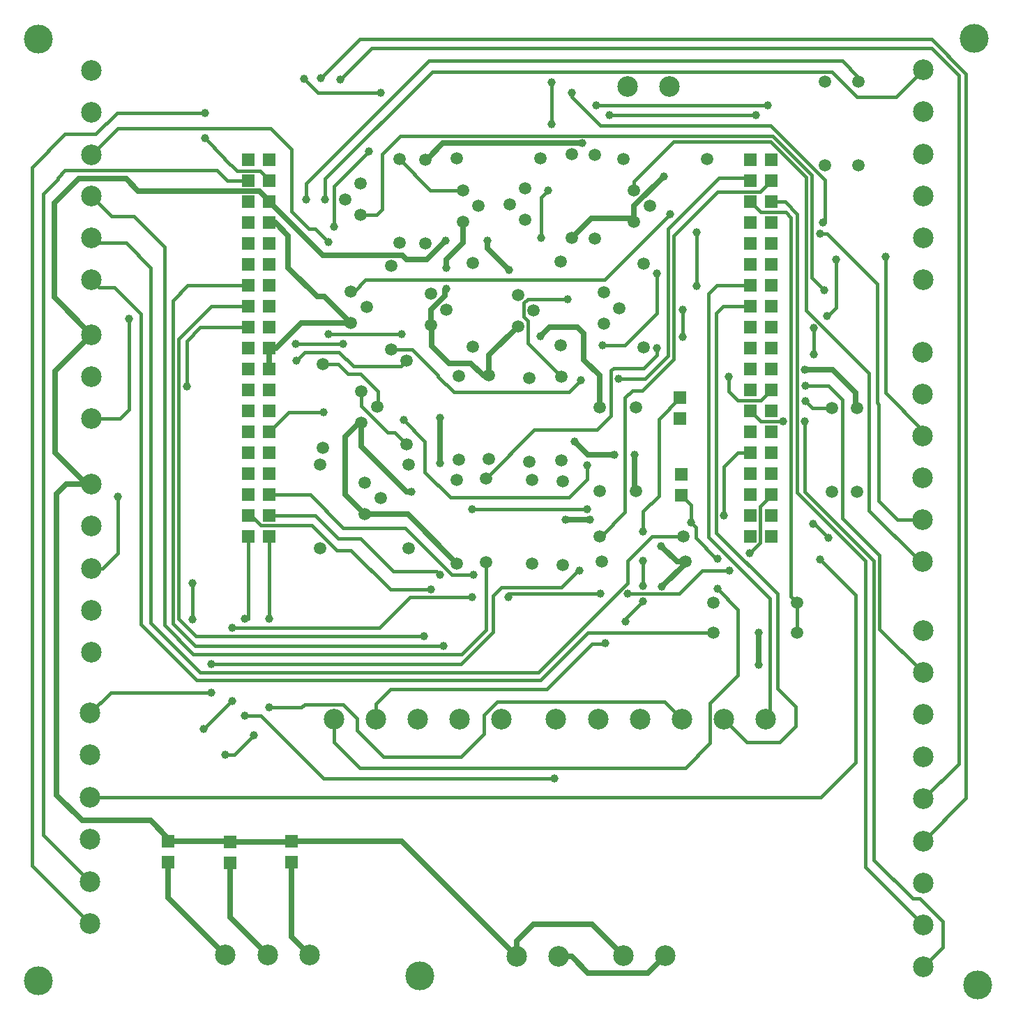
<source format=gbr>
G04 DesignSpark PCB Gerber Version 9.0 Build 5138 *
G04 #@! TF.Part,Single*
G04 #@! TF.FileFunction,Copper,L1,Top *
G04 #@! TF.FilePolarity,Positive *
%FSLAX35Y35*%
%MOIN*%
G04 #@! TA.AperFunction,ComponentPad*
%ADD29R,0.05906X0.05906*%
G04 #@! TD.AperFunction*
%ADD25C,0.01500*%
%ADD23C,0.02520*%
G04 #@! TA.AperFunction,ComponentPad*
%ADD26R,0.05906X0.05906*%
%AMT26*0 Rounded Rectangle Pad at angle 90*4,1,8,0.02953,-0.02953,0.02953,0.02953,0.02953,0.02953,-0.02953,0.02953,-0.02953,0.02953,-0.02953,-0.02953,-0.02953,-0.02953,0.02953,-0.02953,0.02953,-0.02953,0*%
%ADD26T26*%
G04 #@! TA.AperFunction,ViaPad*
%ADD106C,0.03937*%
G04 #@! TA.AperFunction,ComponentPad*
%ADD28C,0.05906*%
%ADD88C,0.09843*%
G04 #@! TA.AperFunction,WasherPad*
%ADD107C,0.13780*%
X0Y0D02*
D02*
D23*
X36510Y247809D02*
X24581D01*
X19935Y243163*
Y99463*
X32140Y87258*
X64738*
X73281Y78715*
Y77140*
X36510Y247809D02*
X34187D01*
X19148Y262848*
Y302100*
X36510Y319463*
X18754Y337219*
Y382140*
X30565Y393951*
X53006*
X58911Y388045*
X116785*
X121392Y383439*
Y382848*
X73281Y67140D02*
Y50447D01*
X100644Y23085*
X73281Y77140D02*
X102730D01*
X102809Y77061*
X74266Y78124D02*
X73281Y77140D01*
X102809Y67061D02*
Y40998D01*
X120722Y23085*
X102809Y77061D02*
X131825D01*
X132140Y77376*
X121392Y312848D02*
Y302848D01*
Y312848D02*
X124659D01*
X136864Y325053*
X160447*
X160486Y325014*
X121392Y372848D02*
X124502D01*
X130565Y366785*
Y351431*
X144344Y337652*
X147848*
X160486Y325014*
X121392Y382848D02*
X136077Y368163D01*
X136274*
X147100Y357337*
X185289*
X187258Y355368*
X196707*
X205762Y364423*
X132140Y67376D02*
Y31667D01*
X140722Y23085*
X132140Y77376D02*
X184778D01*
X239896Y22258*
X165604Y277376D02*
X164384D01*
X157730Y270722*
Y243124*
X167179Y233675*
X187691*
X211274Y210093*
X189620Y244344D02*
X187258D01*
X165604Y265998*
Y277376*
X198675Y323833D02*
Y331352D01*
X205368Y338045*
Y340407*
X206156Y341195*
X203006Y279778D02*
Y258124D01*
X214030Y373439D02*
Y363242D01*
X206156Y355368*
Y351431*
X225841Y364423D02*
Y360486D01*
X236077Y350250*
X226628Y299856D02*
X223872D01*
X217967Y305762*
X207337*
X199069Y314030*
Y323439*
X198675Y323833*
X226628Y299856D02*
Y309659D01*
X240407Y323439*
X239896Y22258D02*
Y29659D01*
X247888Y37652*
X275722*
X290683Y22691*
X259896Y22258D02*
X266037D01*
X273872Y14423*
X302415*
X310683Y22691*
X265998Y365604D02*
X275447Y375053D01*
X294305*
X295919Y373439*
X267573Y268360D02*
X273872Y262061D01*
X286470*
X271116Y410880D02*
X204600D01*
X196707Y402986*
X196313*
X274659Y230959D02*
X263242D01*
X279384Y284502D02*
Y299856D01*
X271904Y307337*
Y319935*
X268754Y323085*
X255368*
X251037Y318754*
X295919Y373439D02*
Y380959D01*
X310093Y395132*
X296313Y262061D02*
Y245132D01*
X296707Y244738*
X309896Y23478D02*
X310683Y22691D01*
X320329Y210880D02*
X316392D01*
X308911Y218360*
X320329Y210880D02*
Y210093D01*
X309305Y199069*
X355368Y177022D02*
Y161667D01*
X377415Y302612D02*
X390801D01*
X401825Y291589*
Y284738*
X402415Y284148*
D02*
D25*
X35880Y58045D02*
X13636Y80289D01*
Y386785*
X20407Y393557*
Y394423*
X23872Y397888*
X96392*
X101431Y392848*
X111392*
X35959Y98203D02*
X385211D01*
X401825Y114817*
Y195132*
X384896Y212061*
X36510Y207730D02*
X41982D01*
X49069Y214817*
Y241982*
X36510Y279384D02*
X50250D01*
X54581Y283715*
Y327022*
X36628Y405447D02*
X49148Y417967D01*
X122297*
X132140Y408124*
Y378203*
X140407Y369935*
X143557*
X149856Y363636*
X84896Y200644D02*
Y183321D01*
X90801Y425447D02*
X48675D01*
X38439Y415211*
X23872*
X8124Y399463*
Y65801*
X35880Y38045*
X93951Y148281D02*
X45762D01*
X35959Y138478*
X100644Y118478D02*
X104699D01*
X114030Y127809*
X103793Y144344D02*
X103400D01*
X90014Y130959*
X109699Y137258D02*
X117573D01*
X147494Y107337*
X257730*
X110604Y392848D02*
X111392D01*
Y222848D02*
Y183715D01*
X109699*
X111392Y232848D02*
X112927D01*
X117573Y228203*
X141982*
X153793Y216392*
X160486*
X179384Y197494*
X198675*
X111392Y322848D02*
X88596D01*
X82140Y316392*
Y294738*
X111392Y342848D02*
X82612D01*
X75447Y335683*
Y181352*
X86077Y170722*
X204974*
X111392Y392848D02*
Y393557D01*
X119463Y392848D02*
X121392D01*
Y141195D02*
X136864D01*
X138439Y142770*
X156943*
X163636Y136077*
Y130171*
X176234Y117573*
X213242*
X224266Y128596*
Y137652*
X230565Y143951*
X310486*
X318754Y135683*
X121392Y222848D02*
Y183715D01*
Y232848D02*
X143636D01*
X154581Y221904*
X165211*
X180959Y206156*
X201431*
X203006Y204581*
X121392Y242848D02*
X141116D01*
X156943Y227022*
X186470*
X208911Y204581*
X219148*
X121392Y392848D02*
Y393281D01*
X117179Y397494*
X106156*
X100250Y403400*
Y403793*
X90801Y413242*
X134108Y314817D02*
X156943D01*
X134502Y306943D02*
X138439Y310880D01*
X154974*
X161667Y304187*
X184502*
X187258Y306943*
X138045Y441589D02*
X144738Y434896D01*
X174659*
X138045Y441589D02*
Y441982D01*
X139226Y384108D02*
Y391589D01*
X197888Y450250*
X395447*
X403281Y442415*
Y440407*
X146313Y441982D02*
X164817Y460486D01*
X438045*
X454581Y443951*
Y97927*
X434069Y77415*
X147100Y305368D02*
X154581D01*
X159305Y300644*
X165211*
X173478Y292376*
Y285250*
X173104Y284876*
X147494Y282140D02*
X130683D01*
X121392Y272848*
X148281Y384108D02*
Y393951D01*
X199463Y445132*
X390407*
X402612Y432927*
X421077*
X434148Y445998*
X152573Y135565D02*
Y124699D01*
X164817Y112455*
X320329*
X332140Y124266*
Y143163*
X345526Y156549*
Y188045*
X335683Y197888*
X152612Y371116D02*
Y390407D01*
X169148Y406943*
X155368Y441195D02*
X170329Y456156D01*
X438045*
X451037Y443163*
Y114463*
X434069Y97494*
X160486Y340014D02*
X162061D01*
X167573Y345526*
X281746*
X313242Y377022*
X165211Y376628D02*
X172691D01*
X175447Y379384*
Y405762*
X184108Y414423*
X362061*
X380959Y395526*
Y346707*
X386864Y340801*
X165604Y292376D02*
Y285289D01*
X178203Y272691*
X181510*
X187258Y266943*
X172573Y135565D02*
Y143045D01*
X179384Y149856*
X254187*
X275841Y171510*
X282140*
Y171904*
X179778Y312219D02*
X189856D01*
X202219Y299856*
Y299463*
X209699Y291982*
X264817*
X270329Y297494*
X184896Y319541D02*
X149856D01*
X195644Y175447D02*
X86470D01*
X78203Y183715*
Y317179*
X93951Y332927*
X111313*
X111392Y332848*
X214030Y388439D02*
X198518D01*
X183715Y403242*
X218360Y193951D02*
X188833D01*
X174266Y179384*
X103793*
X225053Y210644D02*
Y178203D01*
X213636Y166785*
X85289*
X71510Y180565*
Y361274*
X56943Y375841*
X46313*
X36549Y385604*
X251431Y365604D02*
Y384896D01*
X254974Y388439*
X256549Y419935D02*
Y440014D01*
X264030Y336470D02*
X245132D01*
X243163Y334502*
Y327809*
X245132Y325841*
Y315447*
X261274Y299305*
X269935Y206549D02*
X269148D01*
X261274Y198675*
X232533*
X228596Y194738*
Y177415*
X213242Y162061*
X93951*
X273478Y236077D02*
X218360D01*
X273478Y256943D02*
Y250250D01*
X264817Y241589*
X208124*
X195919Y253793*
Y268360*
X185683Y278596*
X277809Y428990D02*
X359699D01*
X279778Y195526D02*
X235683D01*
Y193951*
X280959Y314187D02*
X291352D01*
X306943Y329778*
Y348675*
X284108Y424266D02*
X354187D01*
X288439Y298281D02*
X301037D01*
X312061Y309305*
Y369935*
X336470Y394344*
X349896*
X351392Y392848*
X291982Y182140D02*
Y183715D01*
X300250Y191982*
X295919Y388439D02*
Y392770D01*
X314817Y411667*
X361274*
X378203Y394738*
Y330959*
X408124Y301037*
Y235447*
X432691Y210880*
X433872*
X300250Y199463D02*
Y211274D01*
Y225447D02*
Y234896D01*
X307730Y242376*
Y278990*
X317967Y289226*
X306943Y312848D02*
Y309699D01*
X300644Y303400*
X286077*
X284896Y302219*
Y280565*
X278203Y273872*
X248281*
X225053Y250644*
X319148Y331352D02*
Y318360D01*
X319384Y223085D02*
X304581D01*
X292770Y211274*
Y200644*
X250250Y158124*
X88439*
X64817Y181746*
Y351431*
X53006Y363242*
X38911*
X36549Y365604*
X323085Y229778D02*
Y237888D01*
X318360Y242612*
X325841Y342770D02*
Y368360D01*
X333872Y176904D02*
X273754D01*
X251037Y154187*
X86864*
X60093Y180959*
Y329384*
X47494Y341982*
X40093*
X36549Y345526*
X335683Y212455D02*
X335289D01*
X325447Y222297*
Y227415*
X323085Y229778*
X341195Y299463D02*
Y292376D01*
X345526Y288045*
X356589*
X361392Y292848*
X341589Y206549D02*
X328596D01*
X317573Y195526*
X292770*
X351392Y262848D02*
X345526D01*
X338833Y256156*
Y232927*
X351392Y282848D02*
X351510D01*
X356549Y277809*
X367179*
X351392Y332848D02*
X338360D01*
X335289Y329778*
Y224659*
X364423Y195526*
Y150250*
X373085Y141589*
Y132140*
X365604Y124659*
X349856*
X338833Y135683*
X351392Y342848D02*
X335368D01*
X331352Y338833*
Y222691*
X360880Y193163*
Y137730*
X358833Y135683*
X351392Y382848D02*
X351510D01*
X356549Y377809*
X368360*
X370722Y375447*
Y194423*
X373911Y191234*
X361392Y242848D02*
Y242494D01*
X356156Y237258*
Y219935*
X351037Y214817*
X361392Y382848D02*
X368045D01*
X373872Y377022*
Y243951*
X406549Y211274*
Y64817*
X434108Y37258*
X361392Y392848D02*
X361352D01*
X356156Y387652*
X335683*
X314817Y366785*
Y307730*
X299856Y292770*
X295132*
X291589Y289226*
Y234502*
X280171Y223085*
X279384*
X373911Y191234D02*
Y176943D01*
X373872Y176904*
X377415Y277809D02*
Y244344D01*
X410486Y211274*
Y68360*
X428990Y49856*
X432533*
X443557Y38833*
Y26707*
X434108Y17258*
X377415Y277809D02*
X377809Y277415D01*
Y295132D02*
X388833D01*
X395526Y288439*
Y231746*
X413242Y214030*
Y178793*
X434069Y157967*
X381352Y228990D02*
X382140D01*
X388833Y222297*
X381746Y310093D02*
Y322691D01*
X386077Y373085D02*
X387258D01*
Y393163*
X361274Y419148*
X279778*
X265998Y432927*
Y434896*
X388045Y328203D02*
X388439D01*
X392376Y332140*
Y355368*
X390407Y284148D02*
X381313D01*
X377809Y287652*
X415998Y356549D02*
Y291628D01*
X433833Y273793*
Y271037*
X433872Y230880D02*
X421982D01*
X412848Y240014*
Y286077*
X412061Y286864*
Y343557*
X388045Y367573*
X384896*
D02*
D26*
X111392Y222848D03*
Y232848D03*
Y242848D03*
Y252848D03*
Y262848D03*
Y272848D03*
Y282848D03*
Y292848D03*
Y302848D03*
Y312848D03*
Y322848D03*
Y332848D03*
Y342848D03*
Y352848D03*
Y362848D03*
Y372848D03*
Y382848D03*
Y392848D03*
Y402848D03*
X121392Y222848D03*
Y232848D03*
Y242848D03*
Y252848D03*
Y262848D03*
Y272848D03*
Y282848D03*
Y292848D03*
Y302848D03*
Y312848D03*
Y322848D03*
Y332848D03*
Y342848D03*
Y352848D03*
Y362848D03*
Y372848D03*
Y382848D03*
Y392848D03*
Y402848D03*
X351392Y222848D03*
Y232848D03*
Y242848D03*
Y252848D03*
Y262848D03*
Y272848D03*
Y282848D03*
Y292848D03*
Y302848D03*
Y312848D03*
Y322848D03*
Y332848D03*
Y342848D03*
Y352848D03*
Y362848D03*
Y372848D03*
Y382848D03*
Y392848D03*
Y402848D03*
X361392Y222848D03*
Y232848D03*
Y242848D03*
Y252848D03*
Y262848D03*
Y272848D03*
Y282848D03*
Y292848D03*
Y302848D03*
Y312848D03*
Y322848D03*
Y332848D03*
Y342848D03*
Y352848D03*
Y362848D03*
Y372848D03*
Y382848D03*
Y392848D03*
Y402848D03*
D02*
D28*
X145919Y217337D03*
Y257337D03*
X147100Y265368D03*
Y305368D03*
X157711Y384128D03*
X160486Y325014D03*
Y340014D03*
X165211Y376628D03*
Y391628D03*
X165604Y277376D03*
Y292376D03*
X167179Y233675D03*
Y248675D03*
X167986Y332514D03*
X173104Y284876D03*
X174679Y241175D03*
X179778Y312219D03*
Y352219D03*
X183715Y363242D03*
Y403242D03*
X187258Y266943D03*
Y306943D03*
X188045Y217179D03*
Y257179D03*
X196313Y362986D03*
Y402986D03*
X198675Y323833D03*
Y338833D03*
X206175Y331333D03*
X211037Y403793D03*
X211274Y210093D03*
Y250093D03*
X212061Y259699D03*
Y299699D03*
X214030Y373439D03*
Y388439D03*
X218754Y313793D03*
Y353793D03*
X221530Y380939D03*
X225053Y210644D03*
Y250644D03*
X226628Y259856D03*
Y299856D03*
X236451Y381766D03*
X240407Y323439D03*
Y338439D03*
X243951Y374266D03*
Y389266D03*
X245919Y258675D03*
Y298675D03*
X247100Y210093D03*
Y250093D03*
X247907Y330939D03*
X251037Y403793D03*
X260880Y314187D03*
Y354187D03*
X261274Y259305D03*
Y299305D03*
X261667Y209463D03*
Y249463D03*
X265998Y365604D03*
Y405604D03*
X277022Y365368D03*
Y405368D03*
X279384Y223085D03*
Y244502D03*
Y284502D03*
X280329Y210880D03*
X281352Y324620D03*
Y339620D03*
X288852Y332120D03*
X290801Y403400D03*
X295919Y373439D03*
Y388439D03*
X296707Y244738D03*
Y284738D03*
X300644Y313400D03*
Y353400D03*
X303419Y380939D03*
X319384Y223085D03*
X320329Y210880D03*
X330801Y403400D03*
X333872Y176904D03*
X333911Y191234D03*
X373872Y176904D03*
X373911Y191234D03*
X387258Y400407D03*
Y440407D03*
X390407Y244148D03*
Y284148D03*
X402415Y244148D03*
Y284148D03*
X403281Y400407D03*
Y440407D03*
D02*
D29*
X73281Y67140D03*
Y77140D03*
X102809Y67061D03*
Y77061D03*
X132140Y67376D03*
Y77376D03*
X317967Y279226D03*
Y289226D03*
X318360Y242612D03*
Y252612D03*
D02*
D88*
X35880Y38045D03*
Y58045D03*
X35959Y78203D03*
Y98203D03*
Y118478D03*
Y138478D03*
X36510Y207730D03*
Y227809D03*
Y247809D03*
Y279384D03*
Y299463D03*
Y319463D03*
X36549Y167573D03*
Y187573D03*
Y345526D03*
Y365604D03*
Y385604D03*
X36628Y405447D03*
Y425526D03*
Y445526D03*
X100644Y23085D03*
X120722D03*
X140722D03*
X152573Y135565D03*
X172573D03*
X192376Y135644D03*
X212455D03*
X232455D03*
X239896Y22258D03*
X258636Y135644D03*
X259896Y22258D03*
X278715Y135644D03*
X290683Y22691D03*
X292848Y438045D03*
X298715Y135644D03*
X310683Y22691D03*
X312848Y438045D03*
X318754Y135683D03*
X338833D03*
X358833D03*
X433833Y251037D03*
Y271037D03*
Y291116D03*
Y311116D03*
X433872Y210880D03*
Y230880D03*
X434069Y77415D03*
Y97494D03*
Y117494D03*
Y137888D03*
Y157967D03*
Y177967D03*
X434108Y17258D03*
Y37258D03*
Y57337D03*
Y345526D03*
Y365526D03*
X434148Y385683D03*
Y405683D03*
Y425998D03*
Y445998D03*
D02*
D106*
X49069Y241982D03*
X54581Y327022D03*
X82140Y294738D03*
X84896Y183321D03*
Y200644D03*
X90014Y130959D03*
X90801Y413242D03*
Y425447D03*
X93951Y148281D03*
Y162061D03*
X100644Y118478D03*
X103793Y144344D03*
Y179384D03*
X109699Y137258D03*
Y183715D03*
X114030Y127809D03*
X121392Y141195D03*
Y183715D03*
X134108Y314817D03*
X134502Y306943D03*
X138045Y441589D03*
X139226Y384108D03*
X146313Y441982D03*
X147494Y282140D03*
X148281Y384108D03*
X149856Y319541D03*
Y363636D03*
X152612Y371116D03*
X155368Y441195D03*
X156943Y314817D03*
X169148Y406943D03*
X174659Y434896D03*
X184896Y319541D03*
X185683Y278596D03*
X189620Y244344D03*
X195644Y175447D03*
X198675Y197494D03*
X203006Y204581D03*
Y258124D03*
Y279778D03*
X204974Y170722D03*
X205762Y364423D03*
X206156Y341195D03*
Y351431D03*
X218360Y193951D03*
Y236077D03*
X219148Y204581D03*
X225841Y364423D03*
X235683Y193951D03*
X236077Y350250D03*
X251037Y318754D03*
X251431Y365604D03*
X254974Y388439D03*
X256549Y419935D03*
Y440014D03*
X257730Y107337D03*
X263242Y230959D03*
X264030Y336470D03*
X265998Y434896D03*
X267573Y268360D03*
X269935Y206549D03*
X270329Y297494D03*
X271116Y410880D03*
X273478Y236077D03*
Y256943D03*
X274659Y230959D03*
X277809Y428990D03*
X279778Y195526D03*
X280959Y314187D03*
X282140Y171904D03*
X284108Y424266D03*
X286470Y262061D03*
X288439Y298281D03*
X291982Y182140D03*
X292770Y195526D03*
X296313Y262061D03*
X300250Y191982D03*
Y199463D03*
Y211274D03*
Y225447D03*
X306943Y312848D03*
Y348675D03*
X308911Y218360D03*
X309305Y199069D03*
X310093Y395132D03*
X313242Y377022D03*
X319148Y318360D03*
Y331352D03*
X323085Y229778D03*
X325841Y342770D03*
Y368360D03*
X335683Y197888D03*
Y212455D03*
X338833Y232927D03*
X341195Y299463D03*
X341589Y206549D03*
X351037Y214817D03*
X354187Y424266D03*
X355368Y161667D03*
Y177022D03*
X359699Y428990D03*
X367179Y277809D03*
X377415D03*
Y302612D03*
X377809Y287652D03*
Y295132D03*
X381352Y228990D03*
X381746Y310093D03*
Y322691D03*
X384896Y212061D03*
Y367573D03*
X386077Y373085D03*
X386864Y340801D03*
X388045Y328203D03*
X388833Y222297D03*
X392376Y355368D03*
X415998Y356549D03*
D02*
D107*
X11274Y10486D03*
Y460486D03*
X193557Y12848D03*
X458518Y460880D03*
X460093Y8518D03*
X0Y0D02*
M02*

</source>
